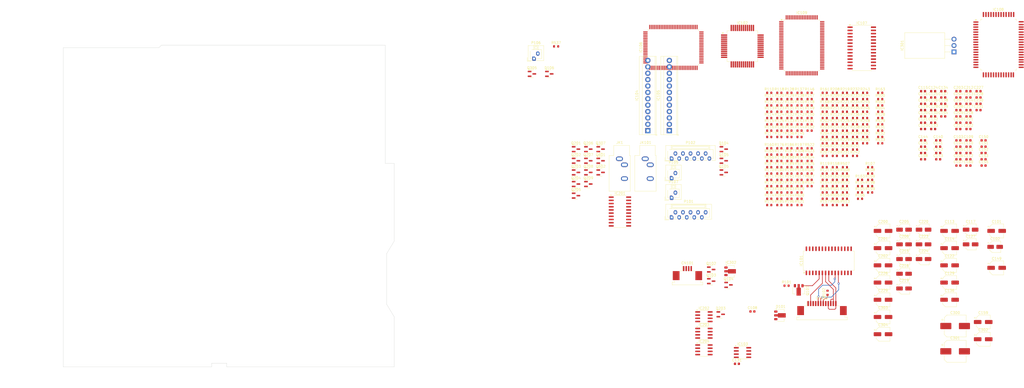
<source format=kicad_pcb>
(kicad_pcb (version 20240108) (generator "pcbnew") (generator_version "8.0")
  (layers (0 "F.Cu" signal) (31 "B.Cu" signal) (34 "B.Paste" user) (35 "F.Paste" user) (36 "B.SilkS" user "B.Silkscreen") (37 "F.SilkS" user "F.Silkscreen") (38 "B.Mask" user) (39 "F.Mask" user) (44 "Edge.Cuts" user))
  (net 0 "")
  (net 1 "Net-(CN101-Pin_4)")
  (net 2 "Net-(CN101-Pin_1)")
  (net 3 "Net-(CN101-Pin_3)")
  (net 4 "Net-(CN101-Pin_2)")
  (net 5 "GND")
  (net 6 "Net-(CN102-Pin_6)")
  (net 7 "Net-(CN102-Pin_7)")
  (net 8 "Net-(CN102-Pin_3)")
  (net 9 "Net-(CN102-Pin_2)")
  (net 10 "/RF AMP/A+C")
  (net 11 "/RF AMP/B+D")
  (net 12 "Net-(CN102-Pin_5)")
  (net 13 "/MCU/PWM_DIGIT1")
  (net 14 "Net-(P107-Pin_2)")
  (net 15 "Net-(P105-Pin_1)")
  (net 16 "/~{WR}")
  (net 17 "/PF5")
  (net 18 "/MCU/DISP_LATCH")
  (net 19 "+5VA")
  (net 20 "/I2S_WDLK")
  (net 21 "Net-(IC201-CH2OUT)")
  (net 22 "Net-(IC201-VREFL1)")
  (net 23 "Net-(IC201-VREFH1)")
  (net 24 "/~{I2S_SCLK}")
  (net 25 "/I2S_LRCK")
  (net 27 "/I2S_DAT")
  (net 28 "Net-(IC201-CH1OUT)")
  (net 29 "/SCSI/~{SCSI_RST}")
  (net 30 "+5V")
  (net 31 "Net-(J2-Pad1)")
  (net 32 "Net-(J1-Pad1)")
  (net 33 "/AUDIO/LINEOUT_R")
  (net 34 "/AUDIO/LINEOUT_L")
  (net 35 "/PD4")
  (net 36 "/PD5")
  (net 37 "/PD3")
  (net 38 "/PD7")
  (net 39 "/PD2")
  (net 40 "/PD1")
  (net 41 "/PD0")
  (net 42 "/PD6")
  (net 43 "Net-(P102-Pin_10)")
  (net 44 "/~{MRST}")
  (net 45 "/MCU/FS_RS")
  (net 46 "/MCU/P102_PIN6?")
  (net 47 "/MCU/PLAY_PAUSE")
  (net 48 "/MCU/PWM_DIGIT2")
  (net 49 "/SPL_MOTOR_BLACK")
  (net 50 "/SPL_MOTOR_RED")
  (net 51 "/MCU/STOP")
  (net 52 "Net-(Q102-C)")
  (net 53 "Net-(Q102-B)")
  (net 54 "Net-(Q103-B)")
  (net 55 "/Servo and Actuator Drivers/SLO")
  (net 56 "Net-(Q103-C)")
  (net 57 "Net-(Q104-E)")
  (net 58 "Net-(Q104-B)")
  (net 59 "/UPC3")
  (net 60 "Net-(IC108-PC3)")
  (net 61 "Net-(Q201-C)")
  (net 62 "Net-(Q201-B)")
  (net 63 "Net-(Q202-B)")
  (net 64 "Net-(Q202-C)")
  (net 65 "/~{GROOVE}")
  (net 66 "Net-(Q203-C)")
  (net 67 "/AUDIO/5V_002")
  (net 68 "Net-(Q204-B)")
  (net 69 "Net-(D203-A)")
  (net 70 "/AUDIO/AUDIO_R")
  (net 71 "Net-(Q205-B)")
  (net 72 "Net-(Q206-B)")
  (net 73 "/AUDIO/AUDIO_L")
  (net 74 "/MUTG")
  (net 75 "Net-(Q208-B)")
  (net 76 "Net-(Q208-C)")
  (net 77 "Net-(Q209-B)")
  (net 78 "Net-(Q209-C)")
  (net 79 "+9V")
  (net 80 "Net-(Q305-B)")
  (net 81 "+9VA")
  (net 82 "Net-(Q307-B)")
  (net 83 "Net-(Q601-B)")
  (net 84 "Net-(Q602-B)")
  (net 85 "Net-(Q101-E)")
  (net 86 "/RF AMP/RFO")
  (net 87 "Net-(IC101-RF-)")
  (net 88 "/VC")
  (net 89 "Net-(R104-Pad2)")
  (net 90 "Net-(R105-Pad2)")
  (net 91 "Net-(R106-Pad1)")
  (net 92 "Net-(P103-Pin_1)")
  (net 93 "Net-(IC101-ASY)")
  (net 94 "/DSP/ASY")
  (net 95 "Net-(IC101-FE)")
  (net 96 "Net-(C111-Pad2)")
  (net 97 "/Servo and Actuator Drivers/FEO")
  (net 98 "/Servo and Actuator Drivers/FE-")
  (net 99 "Net-(P104-Pin_3)")
  (net 100 "/Servo and Actuator Drivers/TAO")
  (net 101 "/Servo and Actuator Drivers/TE-")
  (net 102 "Net-(P104-Pin_4)")
  (net 103 "Net-(IC102-SL+)")
  (net 104 "Net-(C122-Pad2)")
  (net 105 "Net-(IC102-SL-)")
  (net 106 "Net-(IC102-FSET)")
  (net 107 "/MLT")
  (net 108 "/XRST")
  (net 109 "Net-(IC102-XRST)")
  (net 110 "Net-(IC102-PDI)")
  (net 111 "/PDO")
  (net 112 "Net-(IC102-3.5V)")
  (net 113 "Net-(IC102-ISET)")
  (net 114 "Net-(IC102-VCOF)")
  (net 115 "Net-(R127-Pad1)")
  (net 116 "/VCOI")
  (net 117 "/VCOO")
  (net 118 "/MDS")
  (net 119 "Net-(IC102-FSW)")
  (net 120 "/FSW")
  (net 121 "Net-(IC102-SPDL-)")
  (net 122 "/Servo and Actuator Drivers/SPDLO")
  (net 123 "Net-(IC104-Pad5)")
  (net 124 "Net-(IC105-Pad5)")
  (net 125 "Net-(IC105-Pad8)")
  (net 126 "Net-(IC104-Pad8)")
  (net 127 "/IC108_PB2")
  (net 128 "/Servo and Actuator Drivers/VSUP-2.5")
  (net 129 "Net-(IC103B--)")
  (net 130 "/Servo and Actuator Drivers/VSUP{slash}2")
  (net 131 "Net-(P106-Pin_1)")
  (net 132 "/GFS")
  (net 133 "/MCU/REPEAT")
  (net 134 "Net-(IC108-MODE1)")
  (net 135 "Net-(IC106-XTAO)")
  (net 136 "Net-(C141-Pad1)")
  (net 137 "/~{MUTE_EN}")
  (net 138 "Net-(IC107-~{WE})")
  (net 139 "/MCU/DIGIT1_EN")
  (net 140 "Net-(D106-K)")
  (net 141 "/SCSI/MA9")
  (net 142 "/SCSI/MA10")
  (net 143 "Net-(IC109-~{CWE})")
  (net 144 "/SCSI/MA11")
  (net 145 "Net-(IC109-MA12)")
  (net 146 "/SCSI/MA12")
  (net 147 "Net-(IC109-MA10)")
  (net 148 "/SBCK")
  (net 149 "/SFSY")
  (net 150 "/PW")
  (net 151 "/SCSI/~{SCSI_IO}")
  (net 152 "/SCSI/~{SCSI_CD}")
  (net 153 "/SCSI/~{SCSI_MSG}")
  (net 154 "/SCSI/~{SCSI_BSY}")
  (net 155 "/SCSI/SCSI_D7")
  (net 156 "/SCSI/SCSI_D6")
  (net 157 "/SCSI/SCSI_D5")
  (net 158 "/SCSI/SCSI_D4")
  (net 159 "/SCSI/SCSI_D3")
  (net 160 "/SCSI/SCSI_D2")
  (net 161 "/SCSI/SCSI_D1")
  (net 162 "/SCSI/SCSI_D0")
  (net 163 "/SCSI/~{SCSI_ACK}")
  (net 164 "/SCSI/~{SCSI_REQ}")
  (net 165 "/~{SCSI_SEL}")
  (net 166 "/I2S_SCLK")
  (net 167 "/SBSY")
  (net 168 "Net-(IC101-TE)")
  (net 169 "Net-(C112-Pad2)")
  (net 170 "Net-(IC101-~{LDON})")
  (net 171 "/~{LDON}")
  (net 172 "Net-(IC202B-+)")
  (net 173 "Net-(IC202A-+)")
  (net 174 "Net-(C205-Pad1)")
  (net 175 "Net-(C207-Pad2)")
  (net 176 "Net-(C208-Pad2)")
  (net 177 "Net-(C206-Pad1)")
  (net 178 "Net-(C209-Pad2)")
  (net 179 "Net-(C210-Pad2)")
  (net 180 "Net-(C213-Pad1)")
  (net 181 "Net-(C214-Pad1)")
  (net 182 "Net-(IC203A--)")
  (net 183 "Net-(IC203B--)")
  (net 184 "Net-(IC203B-+)")
  (net 185 "Net-(IC203A-+)")
  (net 186 "Net-(C215-Pad2)")
  (net 187 "Net-(C216-Pad2)")
  (net 188 "Net-(C217-Pad2)")
  (net 189 "Net-(C218-Pad2)")
  (net 190 "Net-(D203-K-Pad2)")
  (net 191 "Net-(D203-K-Pad1)")
  (net 192 "Net-(C221-Pad1)")
  (net 193 "Net-(IC109-MA11)")
  (net 194 "Net-(C222-Pad1)")
  (net 195 "Net-(C219-Pad2)")
  (net 196 "Net-(C220-Pad2)")
  (net 197 "Net-(IC204B--)")
  (net 198 "Net-(C223-Pad1)")
  (net 199 "Net-(IC204A--)")
  (net 200 "Net-(C224-Pad1)")
  (net 201 "Net-(IC204-Pad7)")
  (net 202 "Net-(IC204-Pad1)")
  (net 203 "Net-(C226-Pad1)")
  (net 204 "Net-(C229-Pad1)")
  (net 205 "Net-(IC204B-+)")
  (net 206 "Net-(IC204A-+)")
  (net 207 "/PCLK")
  (net 208 "Net-(IC106-DA09)")
  (net 209 "Net-(IC106-DA16)")
  (net 210 "Net-(IC106-DA14)")
  (net 211 "Net-(IC108-PD0)")
  (net 212 "Net-(IC108-PD1)")
  (net 213 "Net-(IC108-PD2)")
  (net 214 "Net-(IC108-PD3)")
  (net 215 "Net-(IC108-PD4)")
  (net 216 "Net-(IC108-PD5)")
  (net 217 "Net-(IC108-PD6)")
  (net 218 "Net-(IC108-PD7)")
  (net 219 "Net-(JK104C-I2S_SCLK)")
  (net 220 "Net-(JK104B-SBCK)")
  (net 221 "Net-(JK104B-I2S_DAT)")
  (net 222 "Net-(JK104B-I2S_LRCK)")
  (net 223 "Net-(JK104B-PW)")
  (net 224 "Net-(JK104D-SBSY)")
  (net 225 "Net-(JK104D-~{SCSI_REQ})")
  (net 226 "Net-(JK104C-~{SCSI_ACK})")
  (net 227 "Net-(JK104D-~{SCSI_MSG})")
  (net 228 "Net-(JK104C-~{SCSI_BSY})")
  (net 229 "Net-(JK104C-~{SCSI_IO})")
  (net 230 "Net-(JK104C-~{SCSI_CD})")
  (net 231 "Net-(JK104B-~{SCSI_SEL})")
  (net 232 "Net-(JK104B-SFSY)")
  (net 233 "Net-(IC106-LRCK)")
  (net 234 "Net-(IC106-WDCK)")
  (net 235 "Net-(IC106-DA15)")
  (net 236 "Net-(IC106-DA08)")
  (net 237 "Net-(IC106-XTAI)")
  (net 238 "Net-(IC109-XIN)")
  (net 239 "Net-(IC101-RFI)")
  (net 240 "Net-(IC101-CC2)")
  (net 241 "Net-(IC101-CC1)")
  (net 242 "Net-(IC101-CP)")
  (net 243 "Net-(IC101-CB)")
  (net 244 "/Servo and Actuator Drivers/TZC")
  (net 245 "Net-(IC102-FGD)")
  (net 246 "Net-(IC102-FS3)")
  (net 247 "Net-(IC102-FLB)")
  (net 248 "Net-(IC102-TG2)")
  (net 249 "Net-(IC102-TGU)")
  (net 250 "Net-(IC102-BW)")
  (net 251 "Net-(IC102-C864)")
  (net 252 "Net-(P106-Pin_2)")
  (net 253 "Net-(IC108-X1)")
  (net 254 "Net-(IC108-X2)")
  (net 255 "Net-(IC101-LD)")
  (net 256 "Net-(IC102-SRCH)")
  (net 257 "Net-(IC202B--)")
  (net 258 "Net-(IC202A--)")
  (net 259 "Net-(C219-Pad1)")
  (net 260 "Net-(C220-Pad1)")
  (net 262 "Net-(L101-Pad2)")
  (net 263 "Net-(IC101-E1)")
  (net 264 "/FOK")
  (net 266 "Net-(IC101-E0)")
  (net 267 "/DSP/EFM")
  (net 268 "Net-(IC101-FEBIAS)")
  (net 269 "/RF AMP/MIRROR")
  (net 270 "/RF AMP/DEFECT")
  (net 271 "/LOCK")
  (net 272 "/MDAT")
  (net 273 "/MDP")
  (net 274 "/MCK")
  (net 275 "/CNIN")
  (net 276 "/Servo and Actuator Drivers/TE")
  (net 277 "/MON")
  (net 278 "/Servo and Actuator Drivers/FE")
  (net 279 "/SENS")
  (net 281 "/MODE_SELECT")
  (net 286 "/SQCK")
  (net 293 "/CRCF")
  (net 296 "/SUBQ")
  (net 300 "/ALE")
  (net 301 "/PF1")
  (net 304 "/PF3")
  (net 305 "/PF0")
  (net 306 "/~{RD}")
  (net 308 "/PA1")
  (net 313 "/PF4")
  (net 314 "/PA0")
  (net 315 "/PA2")
  (net 316 "/PF2")
  (net 319 "/SCSI/MD0")
  (net 320 "/SCSI/MA8")
  (net 321 "/SCSI/MD3")
  (net 322 "/SCSI/MA6")
  (net 323 "/SCSI/MD5")
  (net 324 "/SCSI/MA1")
  (net 325 "/SCSI/MA3")
  (net 326 "/SCSI/MD7")
  (net 327 "/SCSI/MA7")
  (net 329 "/SCSI/MD2")
  (net 330 "/SCSI/MA5")
  (net 331 "/SCSI/MA0")
  (net 332 "/SCSI/MD1")
  (net 333 "/SCSI/MA4")
  (net 334 "/SCSI/MA2")
  (net 335 "/SCSI/MD6")
  (net 336 "/SCSI/MD4")
  (net 337 "Net-(IC107-~{OE})")
  (net 347 "Net-(IC109-MA9)")
  (net 349 "/MCU/RS_EN")
  (net 350 "/MCU/DIGIT2_EN")
  (net 351 "Net-(IC108-PC3{slash}~{INT2})")
  (net 352 "/~{DEMP}")
  (net 353 "/FAST_SLED")
  (net 354 "/AUDIO_EN")
  (footprint "Capacitor_SMD:C_0603_1608Metric" (layer "F.Cu") (at 380.6875 77.865)
    (property "Reference" "C146")
    (property "Value" "?")
  )
  (footprint "Resistor_SMD:R_0603_1608Metric" (layer "F.Cu") (at 335.6075 53.925)
    (property "Reference" "R146")
    (property "Value" "10k")
  )
  (footprint "Capacitor_SMD:C_0603_1608Metric" (layer "F.Cu") (at 380.6875 63.315)
    (property "Reference" "C120")
    (property "Value" "?")
  )
  (footprint "Capacitor_SMD:CP_Elec_5x5.4" (layer "F.Cu") (at 409.9325 123.575)
    (property "Reference" "C149")
    (property "Value" "100uF")
  )
  (footprint "Resistor_SMD:R_0603_1608Metric" (layer "F.Cu") (at 349.6375 61.455)
    (property "Reference" "R222")
    (property "Value" "1k")
  )
  (footprint "Resistor_SMD:R_0603_1608Metric" (layer "F.Cu") (at 353.6475 63.965)
    (property "Reference" "R236")
    (property "Value" "220")
  )
  (footprint "Capacitor_SMD:C_0603_1608Metric" (layer "F.Cu") (at 394.7175 55.785)
    (property "Reference" "C204")
    (property "Value" "47pF")
  )
  (footprint "Package_TO_SOT_SMD:SOT-23" (layer "F.Cu") (at 247.6725 76.35)
    (property "Reference" "Q206")
    (property "Value" "Q_NPN_BEC")
  )
  (footprint "Resistor_SMD:R_0603_1608Metric" (layer "F.Cu") (at 335.6075 66.475)
    (property "Reference" "R151")
    (property "Value" "33k")
  )
  (footprint "Capacitor_SMD:C_0603_1608Metric" (layer "F.Cu") (at 380.6875 75.355)
    (property "Reference" "C145")
    (property "Value" "?")
  )
  (footprint "Resistor_SMD:R_0603_1608Metric" (layer "F.Cu") (at 331.5975 78.515)
    (property "Reference" "R308")
    (property "Value" "4.7k")
  )
  (footprint "Package_TO_SOT_SMD:SOT-23" (layer "F.Cu") (at 300.2775 142.065)
    (property "Reference" "D203")
    (property "Value" "D_Dual_CommonAnode_KKA")
  )
  (footprint "Resistor_SMD:R_0603_1608Metric" (layer "F.Cu") (at 323.5775 71.495)
    (property "Reference" "R127")
    (property "Value" "3.6k")
  )
  (footprint "Resistor_SMD:R_0603_1608Metric" (layer "F.Cu") (at 345.6275 93.575)
    (property "Reference" "R501")
    (property "Value" "2k2")
  )
  (footprint "Resistor_SMD:R_0603_1608Metric" (layer "F.Cu") (at 349.6375 56.435)
    (property "Reference" "R220")
    (property "Value" "10k")
  )
  (footprint "Package_SO:SOIC-8_3.9x4.9mm_P1.27mm" (layer "F.Cu") (at 308.9475 157.27)
    (property "Reference" "IC103")
    (property "Value" "RC4558")
  )
  (footprint "Capacitor_SMD:C_0603_1608Metric" (layer "F.Cu") (at 394.7175 72.845)
    (property "Reference" "C103")
    (property "Value" "4.7nF")
  )
  (footprint "Capacitor_SMD:C_0603_1608Metric" (layer "F.Cu") (at 312.8775 140.92)
    (property "Reference" "C108")
    (property "Value" "470nF")
  )
  (footprint "Resistor_SMD:R_0603_1608Metric" (layer "F.Cu") (at 341.6175 56.435)
    (property "Reference" "R164")
    (property "Value" "10k")
  )
  (footprint "Capacitor_SMD:CP_Elec_4x5.4" (layer "F.Cu") (at 380.8825 114.225)
    (property "Reference" "C223")
    (property "Value" "4.7uF")
  )
  (footprint "Capacitor_SMD:CP_Elec_5x5.4" (layer "F.Cu") (at 364.7825 115.725)
    (property "Reference" "C201")
    (property "Value" "100uF")
  )
  (footprint "Resistor_SMD:R_0603_1608Metric" (layer "F.Cu") (at 327.5875 58.945)
    (property "Reference" "R130")
    (property "Value" "1M")
  )
  (footprint "Resistor_SMD:R_0603_1608Metric" (layer "F.Cu") (at 323.5775 76.005)
    (property "Reference" "R176")
    (property "Value" "4.7k")
  )
  (footprint "Resistor_SMD:R_0603_1608Metric" (layer "F.Cu") (at 349.6375 86.045)
    (property "Reference" "R508")
    (property "Value" "3k3")
  )
  (footprint "Capacitor_SMD:C_0603_1608Metric" (layer "F.Cu") (at 388.7075 60.805)
    (property "Reference" "C139")
    (property "Value" "1uF")
  )
  (footprint "Capacitor_SMD:CP_Elec_8x10.5" (layer "F.Cu") (at 393.4325 156.775)
    (property "Reference" "C301")
    (property "Value" "470uF")
  )
  (footprint "Resistor_SMD:R_0603_1608Metric" (layer "F.Cu") (at 327.5875 68.985)
    (property "Reference" "R134")
    (property "Value" "33k")
  )
  (footprint "Package_TO_SOT_SMD:SOT-23" (layer "F.Cu") (at 301.5025 76.35)
    (property "Reference" "D104")
    (property "Value" "D_Dual_CommonAnode_KKA")
  )
  (footprint "Capacitor_SMD:C_0603_1608Metric" (layer "F.Cu") (at 384.6975 63.315)
    (property "Reference" "C130")
    (property "Value" "?")
  )
  (footprint "CDR-30A:PQFP-64_20x14mm_P1.0mm" (layer "F.Cu") (at 410.6825 34.775)
    (property "Reference" "IC108")
    (property "Value" "D78C14GF")
  )
  (footprint "Resistor_SMD:R_0603_1608Metric" (layer "F.Cu") (at 319.5675 98.595)
    (property "Reference" "R175")
    (property "Value" "4.7k")
  )
  (footprint "Capacitor_SMD:C_0603_1608Metric" (layer "F.Cu") (at 388.7075 58.295)
    (property "Reference" "C138")
    (property "Value" "C")
  )
  (footprint "Resistor_SMD:R_0603_1608Metric" (layer "F.Cu") (at 331.5975 93.575)
    (property "Reference" "R519")
    (property "Value" "220")
  )
  (footprint "Resistor_SMD:R_0603_1608Metric" (layer "F.Cu") (at 331.5975 98.595)
    (property "Reference" "R521")
    (property "Value" "220")
  )
  (footprint "Resistor_SMD:R_0603_1608Metric" (layer "F.Cu") (at 331.5975 58.945)
    (property "Reference" "R140")
    (property "Value" "10k")
  )
  (footprint "Resistor_SMD:R_0603_1608Metric" (layer "F.Cu") (at 341.6175 98.595)
    (property "Reference" "R157")
    (property "Value" "10k")
  )
  (footprint "Capacitor_SMD:C_0603_1608Metric" (layer "F.Cu") (at 398.7275 58.295)
    (property "Reference" "C214")
    (property "Value" "2.2nF")
  )
  (footprint "Capacitor_SMD:CP_Elec_4x5.4" (layer "F.Cu") (at 373.1325 131.775)
    (property "Reference" "C219")
    (property "Value" "4.7uF")
  )
  (footprint "Resistor_SMD:R_0603_1608Metric" (layer "F.Cu") (at 323.5775 68.985)
    (property "Reference" "R126")
    (property "Value" "240k")
  )
  (footprint "Resistor_SMD:R_0603_1608Metric" (layer "F.Cu") (at 345.6275 91.065)
    (property "Reference" "R169")
    (property "Value" "47k")
  )
  (footprint "Capacitor_SMD:C_0603_1608Metric" (layer "F.Cu") (at 384.6975 53.275)
    (property "Reference" "C124")
    (property "Value" "?")
  )
  (footprint "Resistor_SMD:R_0603_1608Metric" (layer "F.Cu") (at 323.5775 88.555)
    (property "Reference" "R181")
    (property "Value" "4.7k")
  )
  (footprint "Resistor_SMD:R_0603_1608Metric" (layer "F.Cu") (at 327.5875 96.085)
    (property "Reference" "R194")
    (property "Value" "4.7k")
  )
  (footprint "Package_TO_SOT_SMD:SOT-23" (layer "F.Cu") (at 225.2725 46.4)
    (property "Reference" "Q305")
    (property "Value" "2SC2412K")
  )
  (footprint "Capacitor_SMD:CP_Elec_5x5.4" (layer "F.Cu") (at 391.2325 136.275)
    (property "Reference" "C136")
    (property "Value" "100uF")
  )
  (footprint "Capacitor_SMD:C_0603_1608Metric" (layer "F.Cu") (at 398.7275 60.805)
    (property "Reference" "C217")
    (property "Value" "2.2nF")
  )
  (footprint "Capacitor_SMD:C_0603_1608Metric" (layer "F.Cu") (at 398.7275 77.865)
    (property "Reference" "C111")
    (property "Value" "?")
  )
  (footprint "Capacitor_SMD:C_0603_1608Metric" (layer "F.Cu") (at 384.6975 65.825)
    (property "Reference" "C132")
    (property "Value" "?")
  )
  (footprint "Package_QFP:PQFP-100_14x20mm_P0.65mm" (layer "F.Cu") (at 332.4825 35.035)
    (property "Reference" "IC109")
    (property "Value" "D6378GF")
  )
  (footprint "Capacitor_SMD:C_0603_1608Metric" (layer "F.Cu") (at 380.6875 53.275)
    (property "Reference" "C115")
    (property "Value" "?")
  )
  (footprint "Connector_Audio:Jack_3.5mm_CUI_SJ1-3533NG_Horizontal" (layer "F.Cu") (at 260.0325 80.175)
    (property "Reference" "JK1")
    (property "Value" "AudioJack3")
  )
  (footprint "Resistor_SMD:R_0603_1608Metric" (layer "F.Cu") (at 319.5675 56.435)
    (property "Reference" "R111")
    (property "Value" "220k")
  )
  (footprint "Capacitor_SMD:C_0603_1608Metric" (layer "F.Cu") (at 402.7375 55.785)
    (property "Reference" "C228")
    (property "Value" "33nF")
  )
  (footprint "Package_SO:SOIC-8_3.9x4.9mm_P1.27mm" (layer "F.Cu") (at 293.6075 143.02)
    (property "Reference" "IC202")
    (property "Value" "RC4560")
  )
  (footprint "Resistor_SMD:R_0603_1608Metric" (layer "F.Cu") (at 323.5775 61.455)
    (property "Reference" "R123")
    (property "Value" "10k")
  )
  (footprint "Capacitor_SMD:C_0603_1608Metric" (layer "F.Cu") (at 380.6875 65.825)
    (property "Reference" "C121")
    (property "Value" "?")
  )
  (footprint "Capacitor_SMD:C_0603_1608Metric" (layer "F.Cu") (at 398.7275 53.275)
    (property "Reference" "C212")
    (property "Value" "47nF")
  )
  (footprint "Resistor_SMD:R_0603_1608Metric" (layer "F.Cu") (at 335.6075 76.005)
    (property "Reference" "R522")
    (property "Value" "220")
  )
  (footprint "Resistor_SMD:R_0603_1608Metric" (layer "F.Cu") (at 349.6375 53.925)
    (property "Reference" "R219")
    (property "Value" "22")
  )
  (footprint "Package_TO_SOT_SMD:SOT-23" (layer "F.Cu") (at 296.4925 128.865)
    (property "Reference" "Q103")
    (property "Value" "2SC2412K")
  )
  (footprint "Capacitor_SMD:C_0603_1608Metric" (layer "F.Cu") (at 398.7275 63.315)
    (property "Reference" "C218")
    (property "Value" "2.2nF")
  )
  (footprint "Resistor_SMD:R_0603_1608Metric" (layer "F.Cu") (at 357.6575 66.475)
    (property "Reference" "R248")
    (property "Value" "0")
  )
  (footprint "Capacitor_SMD:CP_Elec_5x5.4" (layer "F.Cu") (at 364.7825 108.875)
    (property "Reference" "C200")
    (property "Value" "22uF")
  )
  (footprint "Capacitor_SMD:CP_Elec_5x5.4" (layer "F.Cu") (at 364.7825 143.125)
    (property "Reference" "C303")
    (property "Value" "100uF")
  )
  (footprint "Resistor_SMD:R_0603_1608Metric" (layer "F.Cu") (at 319.5675 66.475)
    (property "Reference" "R115")
    (property "Value" "33k")
  )
  (footprint "Capacitor_SMD:CP_Elec_4x5.4" (layer "F.Cu") (at 373.1325 114.225)
    (property "Reference" "C206")
    (property "Value" "10uF")
  )
  (footprint "Resistor_SMD:R_0603_1608Metric" (layer "F.Cu") (at 353.6475 56.435)
    (property "Reference" "R233")
    (property "Value" "10k")
  )
  (footprint "Resistor_SMD:R_0603_1608Metric" (layer "F.Cu") (at 331.5975 83.535)
    (property "Reference" "R515")
    (property "Value" "220")
  )
  (footprint "Resistor_SMD:R_0603_1608Metric" (layer "F.Cu") (at 335.6075 61.455)
    (property "Reference" "R149")
    (property "Value" "33k")
  )
  (footprint "Capacitor_SMD:C_0603_1608Metric" (layer "F.Cu") (at 394.7175 82.885)
    (property "Reference" "C107")
    (property "Value" "10nF")
  )
  (footprint "Resistor_SMD:R_0603_1608Metric" (layer "F.Cu") (at 331.5975 56.435)
    (property "Reference" "R138")
    (property "Value" "100k")
  )
  (footprint "Capacitor_SMD:CP_Elec_5x5.4" (layer "F.Cu") (at 364.7825 129.425)
    (property "Reference" "C226")
    (property "Value" "100uF")
  )
  (footprint "Resistor_SMD:R_0603_1608Metric" (layer "F.Cu") (at 355.6475 88.555)
    (property "Reference" "R103")
    (property "Value" "20k")
  )
  (footprint "Resistor_SMD:R_0603_1608Metric" (layer "F.Cu") (at 323.5775 98.595)
    (property "Reference" "R185")
    (property "Value" "4.7k")
  )
  (footprint "Package_TO_SOT_SMD:SOT-23" (layer "F.Cu") (at 252.5625 76.35)
    (property "Reference" "Q307")
    (property "Value" "2SC2412K")
  )
  (footprint "Capacitor_SMD:CP_Elec_5x5.4" (layer "F.Cu") (at 391.2325 122.575)
    (property "Reference" "C122")
    (property "Value" "100uF")
  )
  (footprint "Resistor_SMD:R_0603_1608Metric" (layer "F.Cu") (at 349.6375 79.025)
    (property "Reference" "R231")
    (property "Value" "100k")
  )
  (footprint "Capacitor_SMD:C_0603_1608Metric" (layer "F.Cu") (at 380.6875 60.805)
    (property "Reference" "C119")
    (property "Value" "?")
  )
  (footprint "Package_TO_SOT_SMD:SOT-23" (layer "F.Cu") (at 301.5025 85.6)
    (property "Reference" "Q105")
    (property "Value" "DTC114EU3")
  )
  (footprint "Capacitor_SMD:CP_Elec_8x10.5" (layer "F.Cu") (at 393.4325 146.725)
    (property "Reference" "C300")
    (property "Value" "470uF")
  )
  (footprint "Resistor_SMD:R_0603_1608Metric" (layer "F.Cu") (at 331.5975 53.925)
    (property "Reference" "R137")
    (property "Value" "10k")
  )
  (footprint "Resistor_SMD:R_0603_1608Metric" (layer "F.Cu") (at 331.5975 76.005)
    (property "Reference" "R197")
    (property "Value" "4.7k")
  )
  (footprint "Resistor_SMD:R_0603_1608Metric" (layer "F.Cu") (at 345.6275 58.945)
    (property "Reference" "R210")
    (property "Value" "22k")
  )
  (footprint "Package_TO_SOT_SMD:SOT-23" (layer "F.Cu") (at 252.5625 85.6)
    (property "Reference" "Q602")
    (property "Value" "Q_NPN_BEC")
  )
  (footprint "Resistor_SMD:R_0603_1608Metric" (layer "F.Cu") (at 359.6575 93.575)
    (property "Reference" "R199")
    (property "Value" "4.7k")
  )
  (footprint "Package_SO:SO-20_5.3x12.6mm_P1.27mm" (layer "F.Cu") (at 260.2325 101.165)
    (property "Reference" "IC201")
    (property "Value" "LC7881M")
  )
  (footprint "Resistor_SMD:R_0603_1608Metric" (layer "F.Cu") (at 319.5675 61.455)
    (property "Reference" "R113")
    (property "Value" "220k")
  )
  (footprint "Resistor_SMD:R_0603_1608Metric" (layer "F.Cu") (at 331.5975 63.965)
    (property "Reference" "R142")
    (property "Value" "33k")
  )
  (footprint "Capacitor_SMD:C_0603_1608Metric" (layer "F.Cu") (at 398.7275 82.885)
    (property "Reference" "C160")
    (property "Value" "?")
  )
  (footprint "Capacitor_SMD:C_0603_1608Metric" (layer "F.Cu") (at 402.7375 58.295)
    (property "Reference" "C230")
    (property "Value" "?")
  )
  (footprint "Capacitor_SMD:C_0603_1608Metric" (layer "F.Cu") (at 380.6875 68.335)
    (property "Reference" "C123")
    (property "Value" "?")
  )
  (footprint "Resistor_SMD:R_0603_1608Metric" (layer "F.Cu") (at 363.6675 53.925)
    (property "Reference" "R163")
    (property "Value" "100k")
  )
  (footprint "Connector_JST:JST_ZE_B02B-ZESK-1D_1x02_P1.50mm_Vertical" (layer "F.Cu") (at 226.1025 40.325)
    (property "Reference" "P106")
    (property "Value" "Conn_01x02")
  )
  (footprint "Resistor_SMD:R_0603_1608Metric" (layer "F.Cu") (at 234.8825 35.455)
    (property "Reference" "R537")
    (property "Value" "10k")
  )
  (footprint "Resistor_SMD:R_0603_1608Metric" (layer "F.Cu") (at 319.5675 68.985)
    (property "Reference" "R116")
    (property "Value" "100k")
  )
  (footprint "Resistor_SMD:R_0603_1608Metric" (layer "F.Cu") (at 349.6375 96.085)
    (property "Reference" "R512")
    (property "Value" "3k3")
  )
  (footprint "Resistor_SMD:R_0603_1608Metric" (layer "F.Cu") (at 341.6175 71.495)
    (property "Reference" "R204")
    (property "Value" "47k")
  )
  (footprint "Capacitor_SMD:C_0603_1608Metric" (layer "F.Cu") (at 398.7275 72.845)
    (property "Reference" "C109")
    (property "Value" "10nF")
  )
  (footprint "Capacitor_SMD:C_0603_1608Metric" (layer "F.Cu") (at 384.6975 68.335)
    (property "Reference" "C133")
    (property "Value" "?")
  )
  (footprint "Resistor_SMD:R_0603_1608Metric" (layer "F.Cu") (at 331.5975 66.475)
    (property "Reference" "R143")
    (property "Value" "33k")
  )
  (footprint "Package_SO:SOIC-28W_7.5x17.9mm_P1.27mm" (layer "F.Cu") (at 356.3325 36.08)
    (property "Reference" "IC107")
    (property "Value" "D4364G")
  )
  (footprint "Resistor_SMD:R_0603_1608Metric" (layer "F.Cu") (at 341.6175 63.965)
    (property "Reference" "R201")
    (property "Value" "10k")
  )
  (footprint "Resistor_SMD:R_0603_1608Metric" (layer "F.Cu") (at 349.6375 68.985)
    (property "Reference" "R227")
    (property "Value" "10k")
  )
  (footprint "Package_TO_SOT_SMD:SOT-23" (layer "F.Cu") (at 303.3825 130.36)
    (property "Reference" "Q104")
    (property "Value" "2SC2412K")
  )
  (footprint "Capacitor_SMD:C_0603_1608Metric" (layer "F.Cu") (at 394.7175 53.275)
    (property "Reference" "C203")
    (property "Value" "47pF")
  )
  (footprint "Capacitor_SMD:C_0603_1608Metric" (layer "F.Cu") (at 404.7375 82.885)
    (property "Reference" "C155")
    (property "Value" "C")
  )
  (footprint "Resistor_SMD:R_0603_1608Metric" (layer "F.Cu") (at 349.6375 66.475)
    (property "Reference" "R226")
    (property "Value" "8k2")
  )
  (footprint "Resistor_SMD:R_0603_1608Metric" (layer "F.Cu") (at 319.5675 58.945)
    (property "Reference" "R112")
    (property "Value" "100k")
  )
  (footprint "CDR-30A:SOIC-30W_7.5x20.0mm_P1.27mm" (layer "F.Cu") (at 343.2225 120.775 90)
    (property "Reference" "IC101")
    (property "Value" "CXA1081")
  )
  (footprint "Resistor_SMD:R_0603_1608Metric" (layer "F.Cu") (at 345.6275 83.535)
    (property "Reference" "R158")
    (property "Value" "10k")
  )
  (footprint "Capacitor_SMD:C_0603_1608Metric" (layer "F.Cu") (at 394.7175 65.825)
    (property "Reference" "C210")
    (property "Value" "15nF")
  )
  (footprint "Capacitor_SMD:C_0603_1608Metric" (layer "F.Cu") (at 380.6875 55.785)
    (property "Reference" "C116")
    (property "Value" "?")
  )
  (footprint "Package_TO_SOT_SMD:SOT-23" (layer "F.Cu") (at 247.6725 90.225)
    (property "Reference" "Q209")
    (property "Value" "Q_NPN_BEC")
  )
  (footprint "Package_TO_SOT_SMD:SOT-89-3" (layer "F.Cu") (at 331.2725 132.625 -90)
    (property "Reference" "Q101")
    (property "Value" "Q_PNP_Darlington_BCEC")
  )
  (footprint "Resistor_SMD:R_0603_1608Metric" (layer "F.Cu") (at 341.6175 61.455)
    (property "Reference" "R200")
    (property "Value" "10k")
  )
  (footprint "Resistor_SMD:R_0603_1608Metric" (layer "F.Cu") (at 341.6175 58.945)
    (property "Reference" "R168")
    (property "Value" "10k")
  )
  (footprint "Resistor_SMD:R_0603_1608Metric" (layer "F.Cu") (at 345.6275 79.025)
    (property "Reference" "R218")
    (property "Value" "22")
  )
  (footprint "Package_SO:SOIC-8_3.9x4.9mm_P1.27mm" (layer "F.Cu") (at 293.6075 156.18)
    (property "Reference" "IC204")
    (property "Value" "RC4558")
  )
  (footprint "Package_TO_SOT_SMD:SOT-23" (layer "F.Cu") (at 242.7825 90.225)
    (property "Reference" "Q204")
    (property "Value" "DTA124EU3")
  )
  (footprint "Resistor_SMD:R_0603_1608Metric" (layer "F.Cu") (at 327.5875 91.065)
    (property "Reference" "R192")
    (property "Value" "4.7k")
  )
  (footprint "Capacitor_SMD:CP_Elec_4x5.4" (layer "F.Cu") (at 373.1325 125.925)
    (property "Reference" "C216")
    (property "Value" "4.7uF")
  )
  (footprint "Resistor_SMD:R_0603_1608Metric" (layer "F.Cu") (at 353.6475 79.025)
    (property "Reference" "R242")
    (property "Value" "6k8")
  )
  (footprint "Resistor_SMD:R_0603_1608Metric" (layer "F.Cu") (at 323.5775 66.475)
    (property "Reference" "R125")
    (property "Value" "100k")
  )
  (footprint "Resistor_SMD:R_0603_1608Metric" (layer "F.Cu") (at 345.6275 66.475)
    (property "Reference" "R213")
    (property "Value" "1k6")
  )
  (footprint "Connector_FFC-FPC:TE_1-84953-2_1x12-1MP_P1.0mm_Horizontal" (layer "F.Cu") (at 340.5225 139.575)
    (property "Reference" "CN102")
    (property "Value" "Conn_01x12_Socket")
  )
  (footprint "Capacitor_SMD:C_0603_1608Metric" (layer "F.Cu") (at 386.6975 75.355)
    (property "Reference" "C141")
    (property "Value" "?")
  )
  (footprint "Capacitor_SMD:CP_Elec_5x5.4" (layer "F.Cu") (at 391.2325 108.875)
    (property "Reference" "C113")
    (property "Value" "33uF")
  )
  (footprint "Resistor_SMD:R_0603_1608Metric" (layer "F.Cu") (at 319.5675 91.065)
    (property "Reference" "R172")
    (property "Value" "2k2")
  )
  (footprint "Resistor_SMD:R_0603_1608Metric" (layer "F.Cu") (at 327.5875 56.435)
    (property "Reference" "R129")
    (property "Value" "20k")
  )
  (footprint "Capacitor_SMD:C_0603_1608Metric" (layer "F.Cu") (at 380.6875 58.295)
    (property "Reference" "C118")
    (property "Value" "?")
  )
  (footprint "Resistor_SMD:R_0603_1608Metric" (layer "F.Cu") (at 349.6375 58.945)
    (property "Reference" "R221")
    (property "Value" "10k")
  )
  (footprint "Resistor_SMD:R_0603_1608Metric" (layer "F.Cu") (at 345.6275 96.085)
    (property "Reference" "R505")
    (property "Value" "3k3")
  )
  (footprint "Capacitor_SMD:CP_Elec_4x5.4" (layer "F.Cu") (at 373.1325 120.075)
    (property "Reference" "C215")
    (property "Value" "4.7uF")
  )
  (footprint "Resistor_SMD:R_0603_1608Metric" (layer "F.Cu") (at 327.5875 93.575)
    (property "Reference" "R193")
    (property "Value" "4.7k")
  )
  (footprint "Resistor_SMD:R_0603_1608Metric" (layer "F.Cu") (at 345.6275 98.595)
    (property "Reference" "R506")
    (property "Value" "3k3")
  )
  (footprint "Resistor_SMD:R_0603_1608Metric" (layer "F.Cu") (at 327.5875 53.925)
    (property "Reference" "R128")
    (property "Value" "10k")
  )
  (footprint "Capacitor_SMD:C_0603_1608Metric" (layer "F.Cu") (at 306.7275 161.75)
    (property "Reference" "C131")
    (property "Value" "470nF")
  )
  (footprint "Connector_JST:JST_ZE_B10B-ZESK-1D_1x10_P1.50mm_Vertical" (layer "F.Cu") (at 280.7825 103.475)
    (property "Reference" "P101")
    (property "Value" "Conn_01x10")
  )
  (footprint "Resistor_SMD:R_0603_1608Metric" (layer "F.Cu") (at 327.5875 86.045)
    (property "Reference" "R190")
    (property "Value" "4.7k")
  )
  (footprint "Capacitor_SMD:CP_Elec_5x5.4" (layer "F.Cu") (at 404.5825 151.975)
    (property "Reference" "C302")
    (property "Value" "100uF")
  )
  (footprint "Package_TO_SOT_SMD:SOT-23" (layer "F.Cu") (at 247.6725 80.975)
    (property "Reference" "Q207")
    (property "Value" "DTC114EU3")
  )
  (footprint "Capacitor_SMD:C_0603_1608Metric" (layer "F.Cu") (at 394.7175 60.805)
    (property "Reference" "C208")
    (property "Value" "47nF")
  )
  (footprint "Package_TO_SOT_SMD:SOT-23" (layer "F.Cu") (at 232.1625 46.4)
    (property "Reference" "D106")
    (property "Value" "D_Dual_CommonCathode_AAK")
  )
  (footprint "Resistor_SMD:R_0603_1608Metric" (layer "F.Cu") (at 357.6575 68.985)
    (property "Reference" "R249")
    (property "Value" "0")
  )
  (footprint "Resistor_SMD:R_0603_1608Metric" (layer "F.Cu") (at 349.6375 76.515)
    (property "Reference" "R230")
    (property "Value" "100k")
  )
  (footprint "Resistor_SMD:R_0603_1608Metric" (layer "F.Cu") (at 341.6175 66.475)
    (property "Reference" "R202")
    (property "Value" "5k1")
  )
  (footprint "Capacitor_SMD:C_0603_1608Metric" (layer "F.Cu") (at 394.7175 77.865)
    (property "Reference" "C105")
    (property "Value" "?")
  )
  (footprint "Capacitor_SMD:C_0603_1608Metric" (layer "F.Cu") (at 404.7375 75.355)
    (property "Reference" "C151")
    (property "Value" "?")
  )
  (footprint "Resistor_SMD:R_0603_1608Metric" (layer "F.Cu") (at 327.5875 88.555)
    (property "Reference" "R191")
    (property "Value" "4.7k")
  )
  (footprint "Resistor_SMD:R_0603_1608Metric" (layer "F.Cu") (at 353.6475 53.925)
    (property "Reference" "R232")
    (property "Value" "10k")
  )
  (footprint "Resistor_SMD:R_0603_1608Metric" (layer "F.Cu") (at 345.6275 61.455)
    (property "Reference" "R211")
    (property "Value" "22k")
  )
  (footprint "Resistor_SMD:R_0603_1608Metric" (layer "F.Cu") (at 345.6275 86.045)
    (property "Reference" "R159")
    (property "Value" "10k")
  )
  (footprint "Resistor_SMD:R_0603_1608Metric" (layer "F.Cu") (at 353.6475 58.945)
    (property "Reference" "R234")
    (property "Value" "33k")
  )
  (footprint "Package_TO_SOT_SMD:SOT-23" (layer "F.Cu") (at 242.7825 80.975)
    (property "Reference" "Q202")
    (property "Value" "2SC2412K")
  )
  (footprint "Resistor_SMD:R_0603_1608Metric" (layer "F.Cu") (at 327.5875 83.535)
    (property "Reference" "R189")
    (property "Value" "4.7k")
  )
  (footprint "Resistor_SMD:R_0603_1608Metric" (layer "F.Cu") (at 357.6575 58.945)
    (property "Reference" "R245")
    (property "Value" "820")
  )
  (footprint "Capacitor_SMD:CP_Elec_4x5.4" (layer "F.Cu") (at 380.8825 108.375)
    (property "Reference" "C220")
    (property "Value" "4.7uF")
  )
  (footprint "Resistor_SMD:R_0603_1608Metric" (layer "F.Cu") (at 319.5675 93.575)
    (property "Reference" "R173")
    (property "Value" "2k2")
  )
  (footprint "Connector_JST:JST_ZE_B02B-ZESK-1D_1x02_P1.50mm_Vertical" (layer "F.Cu") (at 280.7825 87.875)
    (property "Reference" "P105")
    (property "Value" "Conn_01x02")
  )
  (footprint "Resistor_SMD:R_0603_1608Metric" (layer "F.Cu") (at 345.6275 56.435)
    (property "Reference" "R209")
    (property "Value" "15k")
  )
  (footprint "Package_TO_SOT_SMD:SOT-23" (layer "F.Cu") (at 247.6725 85.6)
    (property "Reference" "Q208")
    (property "Value" "Q_NPN_BEC")
  )
  (footprint "Resistor_SMD:R_0603_1608Metric" (layer "F.Cu") (at 363.6675 74.005)
    (property "Reference" "R533")
    (property "Value" "0")
  )
  (footprint "Capacitor_SMD:C_0603_1608Metric" (layer "F.Cu") (at 398.7275 80.375)
    (property "Reference" "C112")
    (property "Value" "?")
  )
  (footprint "Resistor_SMD:R_0603_1608Metric" (layer "F.Cu") (at 341.6175 76.515)
    (property "Reference" "R206")
    (property "Value" "120k")
  )
  (footprint "Resistor_SMD:R_0603_1608Metric" (layer "F.Cu") (at 319.5675 81.025)
    (property "Reference" "R166")
    (property "Value" "100k")
  )
  (footprint "Resistor_SMD:R_0603_1608Metric" (layer "F.Cu") (at 363.6675 63.965)
    (property "Reference" "R528")
    (property "Value" "0")
  )
  (footprint "Resistor_SMD:R_0603_1608Metric" (layer "F.Cu") (at 326.4475 130.675)
    (property "Reference" "R101")
    (property "Value" "10")
  )
  (footprint "Resistor_SMD:R_0603_1608Metric" (layer "F.Cu") (at 319.5675 86.045)
    (property "Reference" "R170")
    (property "Value" "1k")
  )
  (footprint "Resistor_SMD:R_0603_1608Metric" (layer "F.Cu") (at 335.6075 63.965)
    (property "Reference" "R150")
    (property "Value" "33k")
  )
  (footprint "Connector_JST:JST_ZE_B11B-ZESK-1D_1x11_P1.50mm_Vertical" (layer "F.Cu") (at 280.7825 80.075)
    (property "Reference" "P102")
    (property "Value" "Conn_01x11")
  )
  (footprint "Resistor_SMD:R_0603_1608Metric" (layer "F.Cu") (at 357.6575 74.005)
    (property "Reference" "R305")
    (property "Value" "1k")
  )
  (footprint "Resistor_SMD:R_0603_1608Metric" (layer "F.Cu") (at 341.6175 79.025)
    (property "Reference" "R207")
    (property "Value" "120k")
  )
  (footprint "Resistor_SMD:R_0603_1608Metric" (layer "F.Cu") (at 335.6075 68.985)
    (property "Reference" "R152")
    (property "Value" "10k")
  )
  (footprint "Capacitor_SMD:C_0603_1608Metric" (layer "F.Cu") (at 380.6875 72.845)
    (property "Reference" "C144")
    (property "Value" "?")
  )
  (footprint "Package_SO:SOIC-8_3.9x4.9mm_P1.27mm" (layer "F.Cu") (at 293.6075 149.6)
    (property "Reference" "IC203")
    (property "Value" "RC4558")
  )
  (footprint "Capacitor_SMD:C_0603_1608Metric" (layer "F.Cu") (at 384.6975 55.785)
    (property "Reference" "C125")
    (property "Value" "?")
  )
  (footprint "Capacitor_SMD:CP_Elec_5x5.4" (layer "F.Cu") (at 364.7825 136.275)
    (property "Reference" "C229")
    (property "Value" "100uF")
  )
  (footprint "Capacitor_SMD:C_0603_1608Metric" (layer "F.Cu") (at 402.7375 60.805)
    (property "Reference" "C231")
    (property "Value" "?")
  )
  (footprint "Capacitor_SMD:CP_Elec_5x5.4" (layer "F.Cu") (at 391.2325 129.425)
    (property "Reference" "C129")
    (property "Value" "22uF")
  )
  (footprint "Resistor_SMD:R_0603_1608Metric" (layer "F.Cu") (at 359.6575 91.065)
    (property "Reference" "R198")
    (property "Value" "4.7k")
  )
  (footprint "Resistor_SMD:R_0603_1608Metric" (layer "F.Cu") (at 359.6575 86.045)
    (property "Reference" "R108")
    (property "Value" "10k")
  )
  (footprint "Resistor_SMD:R_0603_1608Metric" (layer "F.Cu") (at 331.5975 71.495)
    (property "Reference" "R145")
    (property "Value" "33k")
  )
  (footprint "Resistor_SMD:R_0603_1608Metric" (layer "F.Cu") (at 357.6575 53.925)
    (property "Reference" "R243")
    (property "Value" "6k8")
  )
  (footprint "Package_TO_SOT_SMD:SOT-23" (layer "F.Cu") (at 242.7825 85.6)
    (property "Reference" "Q203")
    (property "Value" "DTA124EU3")
  )
  (footprint "Capacitor_SMD:C_0603_1608Metric" (layer "F.Cu") (at 388.7075 55.785)
    (property "Reference" "C137")
    (property "Value" "C")
  )
  (footprint "Resistor_SMD:R_0603_1608Metric" (layer "F.Cu") (at 357.6575 71.495)
    (property "Reference" "R302")
    (property "Value" "1k")
  )
  (footprint "Resistor_SMD:R_0603_1608Metric" (layer "F.Cu") (at 363.6675 71.495)
    (property "Reference" "R532")
    (property "Value" "220")
  )
  (footprint "Capacitor_SMD:C_0603_1608Metric" (layer "F.Cu") (at 386.6975 80.375)
    (property "Reference" "C143")
    (property "Value" "100nF")
  )
  (footprint "Resistor_SMD:R_0603_1608Metric" (layer "F.Cu") (at 349.6375 74.005)
    (property "Reference" "R229")
    (property "Value" "10k")
  )
  (footprint "Resistor_SMD:R_0603_1608Metric" (layer "F.Cu") (at 335.6075 88.555)
    (property "Reference" "R527")
    (property "Value" "100")
  )
  (footprint "Capacitor_SMD:CP_Elec_4x5.4" (layer "F.Cu") (at 373.1325 108.375)
    (property "Reference" "C205")
    (property "Value" "10uF")
  )
  (footprint "Capacitor_SMD:C_0603_1608Metric" (layer "F.Cu") (at 388.7075 53.275)
    (property "Reference" "C134")
    (property "Value" "?")
  )
  (footprint "Resistor_SMD:R_0603_1608Metric" (layer "F.Cu") (at 363.6675 56.435)
    (property "Reference" "R500")
    (property "Value" "220")
  )
  (footprint "Capacitor_SMD:C_0603_1608Metric" (layer "F.Cu") (at 386.6975 72.845)
    (property "Reference" "C140")
    (property "Value" "?")
  )
  (footprint "Capacitor_SMD:C_0603_1608Metric" (layer "F.Cu") (at 388.7075 63.315)
    (property "Reference" "C154")
    (property "Value" "C")
  )
  (footprint "CDR-30A:LQFP-48_12x12mm_P0.8mm" (layer "F.Cu") (at 308.8825 35.375)
    (property "Reference" "IC102")
    (property "Value" "CXA1082BQ")
  )
  (footprint "Capacitor_SMD:CP_Elec_5x5.4" (layer "F.Cu") (at 364.7825 122.575)
    (property "Reference" "C202")
    (property "Value" "100uF")
  )
  (footprint "Resistor_SMD:R_0603_1608Metric" (layer "F.Cu") (at 327.5875 66.475)
    (property "Reference" "R133")
    (property "Value" "33k")
  )
  (footprint "Package_TO_SOT_SMD:SOT-23" (layer "F.Cu") (at 252.5625 80.975)
    (property "Reference" "Q601")
    (property "Value" "Q_NPN_BEC")
  )
  (footprint "Resistor_SMD:R_0603_1608Metric" (layer "F.Cu") (at 335.6075 83.535)
    (property "Reference" "R525")
    (property "Value" "220")
  )
  (footprint "Capacitor_SMD:CP_Elec_5x5.4" (layer "F.Cu") (at 404.5825 145.125)
    (property "Reference" "C159")
    (property "Value" "47uF")
  )
  (footprint "Resistor_SMD:R_0603_1608Metric" (layer "F.Cu") (at 349.6375 83.535)
    (property "Reference" "R507")
    (property "Value" "3k3")
  )
  (footprint "TerminalBlock_TE-Connectivity:TerminalBlock_TE_1-282834-2_1x12_P2.54mm_Horizontal" (layer "F.Cu") (at 279.8825 68.995 90)
    (property "Reference" "IC105")
    (property "Value" "BA6290A")
  )
  (footprint "Resistor_SMD:R_0603_1608Metric" (layer "F.Cu") (at 331.5975 88.555)
    (property "Reference" "R517")
    (property "Value" "100")
  )
  (footprint "Resistor_SMD:R_0603_1608Metric" (layer "F.Cu") (at 323.5775 96.085)
    (property "Reference" "R184")
    (property "Value" "4.7k")
  )
  (footprint "Resistor_SMD:R_0603_1608Metric" (layer "F.Cu") (at 363.6675 68.985)
    (property "Reference" "R531")
    (property "Value" "100")
  )
  (footprint "Connector_Audio:Jack_3.5mm_CUI_SJ1-3533NG_Horizontal" (layer "F.Cu") (at 270.2825 80.175)
    (property "Reference" "JK101")
    (property "Value" "AudioJack3")
  )
  (footprint "Resistor_SMD:R_0603_1608Metric" (layer "F.Cu") (at 327.5875 71.495)
    (property "Reference" "R136")
    (property "Value" "33k")
  )
  (footprint "Connector_FFC-FPC:TE_84952-4_1x04-1MP_P1.0mm_Horizontal" (layer "F.Cu") (at 287.0625 125.665)
    (property "Reference" "CN101")
    (property "Value" "Conn_01x04_Socket")
  )
  (footprint "Resistor_SMD:R_0603_1608Metric" (layer "F.Cu") (at 327.5875 63.965)
    (property "Reference" "R132")
    (property "Value" "33k")
  )
  (footprint "Package_TO_SOT_SMD:SOT-89-3" (layer "F.Cu") (at 304.3125 124.94)
    (property "Reference" "IC302")
    (property "Value" "1951A")
  )
  (footprint "Resistor_SMD:R_0603_1608Metric" (layer "F.Cu") (at 331.5975 96.085)
    (property "Reference" "R520")
    (property "Value" "220")
  )
  (footprint "Resistor_SMD:R_0603_1608Metric" (layer "F.Cu") (at 319.5675 96.085)
    (property "Reference" "R174")
    (property "Value" "2k2")
  )
  (footprint "Resistor_SMD:R_0603_1608Metric" (layer "F.Cu") (at 349.6375 98.595)
    (property "Reference" "R513")
    (property "Value" "10k")
  )
  (footprint "Resistor_SMD:R_0603_1608Metric" (layer "F.Cu") (at 341.6175 88.555)
    (property "Reference" "R153")
    (property "Value" "10k")
  )
  (footprint "Resistor_SMD:R_0603_1608Metric" (layer "F.Cu") (at 357.6575 56.435)
    (property "Reference" "R244")
    (property "Value" "820")
  )
  (footprint "Resistor_SMD:R_0603_1608Metric" (layer "F.Cu") (at 349.6375 71.495)
    (property "Reference" "R228")
    (property "Value" "8k2")
  )
  (footprint "Resistor_SMD:R_0603_1608Metric" (layer "F.Cu") (at 363.6675 58.945)
    (property "Reference" "R503")
    (property "Value" "220")
  )
  (footprint "Package_TO_SOT_SMD:SOT-23" (layer "F.Cu") (at 242.7825 76.35)
    (property "Reference" "Q201")
    (property "Value" "2SC2412K")
  )
  (footprint "Capacitor_SMD:C_0603_1608Metric" (layer "F.Cu") (at 394.7175 63.315)
    (property "Reference" "C209")
    (property "Value" "15nF")
  )
  (footprint "Resistor_SMD:R_0603_1608Metric" (layer "F.Cu") (at 323.5775 83.535)
    (property "Reference" "R179")
    (property "Value" "4.7k")
  )
  (footprint "Resistor_SMD:R_0603_1608Metric" (layer "F.Cu") (at 323.5775 63.965)
    (property "Reference" "R124")
    (property "Value" "100k")
  )
  (footprint "Resistor_SMD:R_0603_1608Metric" (layer "F.Cu") (at 341.6175 74.005)
    (property "Reference" "R205")
    (property "Value" "47k")
  )
  (footprint "Resistor_SMD:R_0603_1608Metric" (layer "F.Cu") (at 323.5775 86.045)
    (property "Reference" "R180")
    (property "Value" "4.7k")
  )
  (footprint "Capacitor_SMD:CP_Elec_4x5.4" (layer "F.Cu") (at 380.8825 120.075)
    (property "Reference" "C224")
    (property "Value" "4.7uF")
  )
  (footprint "Resistor_SMD:R_0603_1608Metric" (layer "F.Cu") (at 341.6175 86.045)
    (property "Reference" "R121")
    (property "Value" "10k")
  )
  (footprint "Capacitor_SMD:C_0603_1608Metric" (layer "F.Cu") (at 398.7275 75.355)
    (property "Reference" "C110")
    (property "Value" "?")
  )
  (footprint "Resistor_SMD:R_0603_1608Metric" (layer "F.Cu") (at 345.6275 68.985)
    (property "Reference" "R214")
    (property "Value" "680")
  )
  (footprint "Resistor_SMD:R_0603_1608Metric" (layer "F.Cu") (at 345.6275 63.965)
    (property "Reference" "R212")
    (property "Value" "1k6")
  )
  (footprint "Resistor_SMD:R_0603_1608Metric" (layer "F.Cu") (at 345.6275 88.555)
    (property "Reference" "R162")
    (property "Value" "3k3")
  )
  (footprint "Resistor_SMD:R_0603_1608Metric" (layer "F.Cu") (at 319.5675 88.555)
    (property "Reference" "R171")
    (property "Value" "2k2")
  )
  (footprint "Resistor_SMD:R_0603_1608Metric" (layer "F.Cu") (at 319.5675 76.005)
    (property "Reference" "R160")
    (property "Value" "560")
  )
  (footprint "Capacitor_SMD:C_0603_1608Metric" (layer "F.Cu") (at 384.6975 60.805)
    (property "Reference" "C128")
    (property "Value" "?")
  )
  (footprint "Resistor_SMD:R_0603_1608Metric" (layer "F.Cu") (at 359.6575 88.555)
    (property "Reference" "R109")
    (property "Value" "6.8k")
  )
  (footprint "Resistor_SMD:R_0603_1608Metric" (layer "F.Cu") (at 331.5975 61.455)
    (property "Reference" "R141")
    (property "Value" "10k")
  )
  (footprint "Resistor_SMD:R_0603_1608Metric" (layer "F.Cu") (at 341.6175 53.925)
    (property "Reference" "R161")
    (property "Value" "10k")
  )
  (footprint "Resistor_SMD:R_0603_1608Metric" (layer "F.Cu") (at 363.6675 61.455)
    (property "Reference" "R504")
    (property "Value" "220")
  )
  (footprint "Capacitor_SMD:C_0603_1608Metric" (layer "F.Cu") (at 394.7175 75.355)
    (property "Reference" "C104")
    (property "Value" "33nF")
  )
  (footprint "Capacitor_SMD:C_0603_1608Metric" (layer "F.Cu") (at 398.7275 55.785)
    (property "Reference" "C213")
    (property "Value" "2.2nF")
  )
  (footprint "Capacitor_SMD:C_0603_1608Metric" (layer "F.Cu") (at 386.6975 77.865)
    (property "Reference" "C142")
    (property "Value" "100nF")
  )
  (footprint "Resistor_SMD:R_0603_1608Metric" (layer "F.Cu") (at 355.6475 96.085)
    (property "Reference" "R106")
    (property "Value" "10k")
  )
  (footprint "Resistor_SMD:R_0603_1608Metric" (layer "F.Cu") (at 335.6075 58.945)
    (property "Reference" "R148")
    (property "Value" "33k")
  )
  (footprint "Resistor_SMD:R_0603_1608Metric" (layer "F.Cu") (at 335.6075 81.025)
    (property "Reference" "R524")
    (property "Value" "220")
  )
  (footprint "TerminalBlock_TE-Connectivity:TerminalBlock_TE_1-282834-2_1x12_P2.54mm_Horizontal" (layer "F.Cu") (at 271.3325 68.995 90)
    (property "Reference" "IC104")
    (property "Value" "BA6290A")
  )
  (footprint "Capacitor_SMD:C_0603_1608Metric" (layer "F.Cu") (at 398.7275 65.825)
    (property "Reference" "C221")
    (property "Value" "33nF")
  )
  (footprint "Capacitor_SMD:C_0603_1608Metric" (layer "F.Cu") (at 404.7375 77.865)
    (property "Reference" "C152")
    (property "Value" "?")
  )
  (footprint "Package_QFP:PQFP-100_14x20mm_P0.65mm" (layer "F.Cu") (at 281.4825 35.875 90)
    (property "Reference" "IC106")
    (property "Value" "CXD1167Q")
  )
  (footprint "Resistor_SMD:R_0603_1608Metric" (layer "F.Cu") (at 327.5875 76.005)
    (property "Reference" "R186")
    (property "Value" "4.7k")
  )
  (footprint "Resistor_SMD:R_0603_1608Metric" (layer "F.Cu") (at 355.6475 91.065)
    (property "Reference" "R104")
    (property "Value" "22k")
  )
  (footprint "Resistor_SMD:R_0603_1608Metric" (layer "F.Cu") (at 323.5775 78.515)
    (property "Reference" "R177")
    (property "Value" "4.7k")
  )
  (footprint "Resistor_SMD:R_0603_1608Metric" (layer "F.Cu") (at 345.6275 53.925)
    (property "Reference" "R208")
    (property "Value" "15k")
  )
  (footprint "Capacitor_SMD:CP_Elec_5x5.4" (layer "F.Cu") (at 391.2325 115.725)
    (property "Reference" "C114")
    (property "Value" "33uF")
  )
  (footprint "Resistor_SMD:R_0603_1608Metric" (layer "F.Cu") (at 323.5775 53.925)
    (property "Reference" "R118")
    (property "Value" "510k")
  )
  (footprint "Resistor_SMD:R_0603_1608Metric" (layer "F.Cu") (at 323.5775 58.945)
    (property "Reference" "R122")
    (property "Value" "47k")
  )
  (footprint "Package_TO_SOT_SMD:SOT-23" (layer "F.Cu") (at 296.4925 124.24)
    (property "Reference" "Q102")
    (property "Value" "DTC114EU3")
  )
  (footprint "Resistor_SMD:R_0603_1608Metric" (layer "F.Cu") (at 341.6175 91.065)
    (property "Reference" "R154")
    (property "Value" "10k")
  )
  (footprint "Capacitor_SMD:C_0603_1608Metric" (layer "F.Cu") (at 394.7175 58.295)
    (property "Reference" "C207")
    (property "Value" "47nF")
  )
  (footprint "Capacitor_SMD:CP_Elec_5x5.4" (layer "F.Cu") (at 364.7825 149.975)
    (property "Reference" "C304")
    (property "Value" "100uF")
  )
  (footprint "Resistor_SMD:R_0603_1608Metric" (layer "F.Cu") (at 327.5875 98.595)
    (property "Reference" "R196")
    (property "Value" "4.7k")
  )
  (footprint "Resistor_SMD:R_0603_1608Metric" (layer "F.Cu") (at 353.6475 71.495)
    (property "Reference" "R239")
    (property "Value" "10k")
  )
  (footprint "Resistor_SMD:R_0603_1608Metric" (layer "F.Cu") (at 349.6375 88.555)
    (property "Reference" "R509")
    (property "Value" "3k3")
  )
  (footprint "Resistor_SMD:R_0603_1608Metric" (layer "F.Cu") (at 323.5775 93.575)
    (property "Reference" "R183")
    (property "Value" "4.7k")
  )
  (footprint "Resistor_SMD:R_0603_1608Metric" (layer "F.Cu") (at 331.5975 86.045)
    (property "Reference" "R516")
    (property "Value" "0")
  )
  (footprint "Resistor_SMD:R_0603_1608Metric" (layer "F.Cu") (at 363.6675 66.475)
    (property "Reference" "R529")
    (property "Value" "220")
  )
  (footprint "Capacitor_SMD:C_0603_1608Metric" (layer "F.Cu") (at 398.7275 68.335)
    (property "Reference" "C222")
    (property "Value" "33nF")
  )
  (footprint "Resistor_SMD:R_0603_1608Metric" (layer "F.Cu") (at 335.6075 78.515)
    (property "Reference" "R523")
    (property "Value" "220")
  )
  (footprint "Resistor_SMD:R_0603_1608Metric" (layer "F.Cu") (at 345.6275 71.495)
    (property "Reference" "R215")
    (property "Value" "680")
  )
  (footprint "Resistor_SMD:R_0603_1608Metric" (layer "F.Cu") (at 345.6275 76.515)
    (property "Reference" "R217")
    (property "Value" "1M")
  )
  (footprint "Resistor_SMD:R_0603_1608Metric" (layer "F.Cu") (at 359.6575 83.535)
    (property "Reference" "R107")
    (property "Value" "100k")
  )
  (footprint "Resistor_SMD:R_0603_1608Metric" (layer "F.Cu") (at 353.6475 68.985)
    (property "Reference" "R238")
    (property "Value" "10k")
  )
  (footprint "Resistor_SMD:R_0603_1608Metric" (layer "F.Cu") (at 323.5775 56.435)
    (property "Reference" "R120")
    (property "Value" "1k")
  )
  (footprint "Resistor_SMD:R_0603_1608Metric" (layer "F.Cu") (at 335.6075 56.435)
    (property "Reference" "R147")
    (property "Value" "10k")
  )
  (footprint "Resistor_SMD:R_0603_1608Metric" (layer "F.Cu") (at 327.5875 78.515)
    (property "Reference" "R187")
    (property "Value" "4.7k")
  )
  (footprint "Package_TO_SOT_THT:TO-220-3_Horizontal_TabDown" (layer "F.Cu") (at 392.9825 37.655 90)
    (property "Reference" "IC301")
    (property "Value" "L7805")
  )
  (footprint "Resistor_SMD:R_0603_1608Metric" (layer "F.Cu") (at 342.7225 133.5 90)
    (property "Reference" "R102")
    (property "Value" "1k")
  )
  (footprint "Resistor_SMD:R_0603_1608Metric" (layer "F.Cu") (at 349.6375 91.065)
    (property "Reference" "R510")
    (property "Value" "3k3")
  )
  (footprint "Capacitor_SMD:CP_Elec_4x5.4" (layer "F.Cu") (at 399.5825 108.375)
    (property "Reference" "C117")
    (property "Value" "3.3uF")
  )
  (footprint "Resistor_SMD:R_0603_1608Metric" (layer "F.Cu") (at 331.5975 81.025)
    (property "Reference" "R514")
    (property "Value" "0")
  )
  (footprint "Resistor_SMD:R_0603_1608Metric" (layer "F.Cu") (at 327.5875 61.455)
    (property "Reference" "R131")
    (property "Value" "56k")
  )
  (footprint "Resistor_SMD:R_0603_1608Metric" (layer "F.Cu") (at 341.6175 83.535)
    (property "Reference" "R119")
    (property "Value" "10k")
  )
  (footprint "Package_TO_SOT_SMD:SOT-89-3" (layer "F.Cu") (at 324.1225 142.475)
    (property "Reference" "D101")
    (property "Value" "D_AAK")
  )
  (footprint "Resistor_SMD:R_0603_1608Metric" (layer "F.Cu") (at 353.6475 66.475)
    (property "Reference" "R237")
    (property "Value" "220")
  )
  (footprint "Package_TO_SOT_SMD:SOT-23" (layer "F.Cu") (at 301.5025 80.975)
    (property "Reference" "D105")
    (property "Value" "D_Dual_CommonCathode_AAK")
  )
  (footprint "Resistor_SMD:R_0603_1608Metric" (layer "F.Cu") (at 355.6475 93.575)
    (property "Reference" "R105")
    (property "Value" "10k")
  )
  (footprint "Capacitor_SMD:C_0603_1608Metric" (layer "F.Cu") (at 394.7175 80.375)
    (property "Reference" "C106")
    (property "Value" "4.7nF")
  )
  (footprint "Resistor_SMD:R_0603_1608Metric" (layer "F.Cu") (at 319.5675 53.925)
    (property "Reference" "R110")
    (property "Value" "150k")
  )
  (footprint "Resistor_SMD:R_0603_1608Metric" (layer "F.Cu") (at 353.6475 61.455)
    (property "Reference" "R235")
    (property "Value" "33k")
  )
  (footprint "Capacitor_SMD:C_0603_1608Metric" (layer "F.Cu") (at 402.7375 53.275)
    (property "Reference" "C227")
    (property "Value" "33nF")
  )
  (footprint "Resistor_SMD:R_0603_1608Metric" (layer "F.Cu") (at 357.6575 63.965)
    (property "Reference" "R247")
    (property "Value" "0")
  )
  (footprint "Package_TO_SOT_SMD:SOT-23" (layer "F.Cu") (at 242.7825 94.85)
    (property "Reference" "Q205")
    (property "Value" "Q_NPN_BEC")
  )
  (footprint "Resistor_SMD:R_0603_1608Metric" (layer "F.Cu") (at 357.6575 61.455)
    (property "Reference" "R246")
    (property "Value" "4.7k")
  )
  (footprint "Resistor_SMD:R_0603_1608Metric" (layer "F.Cu") (at 341.6175 93.575)
    (property "Reference" "R155")
    (property "Value" "10k")
  )
  (footprint "Resistor_SMD:R_0603_1608Metric" (layer "F.Cu") (at 353.6475 74.005)
    (property "Reference" "R240")
    (property "Value" "180k")
  )
  (footprint "Capacitor_SMD:C_0603_1608Metric" (layer "F.Cu") (at 394.7175 68.335)
    (property "Reference" "C211")
    (property "Value" "47nF")
  )
  (footprint "Resistor_SMD:R_0603_1608Metric" (layer "F.Cu") (at 349.6375 63.965)
    (property "Reference" "R223")
    (property "Value" "1k")
  )
  (footprint "Capacitor_SMD:C_0603_1608Metric" (layer "F.Cu") (at 404.7375 72.845)
    (property "Reference" "C150")
    (property "Value" "?")
  )
  (footprint "Capacitor_SMD:CP_Elec_4x5.4" (layer "F.Cu") (at 409.3325 115.225)
    (property "Reference" "C102")
    (property "Value" "3.3uF")
  )
  (footprint "Resistor_SMD:R_0603_1608Metric" (layer "F.Cu") (at 331.5975 68.985)
    (property "Reference" "R144")
    (property "Value" "33k")
  )
  (footprint "Resistor_SMD:R_0603_1608Metric" (layer "F.Cu") (at 323.5775 81.025)
    (property "Reference" "R178")
    (property "Value" "4.7k")
  )
  (footprint "Resistor_SMD:R_0603_1608Metric" (layer "F.Cu") (at 345.6275 74.005)
    (property "Reference" "R216")
    (property "Value" "1M")
  )
  (footprint "Resistor_SMD:R_0603_1608Metric" (layer "F.Cu") (at 319.5675 71.495)
    (property "Reference" "R117")
    (property "Value" "2k2")
  )
  (footprint "Resistor_SMD:R_0603_1608Metric" (layer "F.Cu") (at 319.5675 63.965)
    (property "Reference" "R114")
    (property "Value" "270k")
  )
  (footprint "Resistor_SMD:R_0603_1608Metric" (layer "F.Cu") (at 335.6075 91.065)
    (property "Reference" "R534")
    (property "Value" "0")
  )
  (footprint "Resistor_SMD:R_0603_1608Metric" (layer "F.Cu") (at 353.6475 76.515)
    (property "Reference" "R241")
    (property "Value" "180k")
  )
  (footprint "Resistor_SMD:R_0603_1608Metric" (layer "F.Cu") (at 349.6375 93.575)
    (property "Reference" "R511")
    (property "Value" "3k3")
  )
  (footprint "Capacitor_SMD:C_0603_1608Metric" (layer "F.Cu") (at 404.7375 80.375)
    (property "Reference" "C153")
    (property "Value" "100nF")
  )
  (footprint "Resistor_SMD:R_0603_1608Metric" (layer "F.Cu") (at 319.5675 83.535)
    (property "Reference" "R167")
    (property "Value" "3k3")
  )
  (footprint "Resistor_SMD:R_0603_1608Metric" (layer "F.Cu") (at 331.5975 91.065)
    (property "Reference" "R518")
    (property "Value" "100")
  )
  (footprint "Capacitor_SMD:C_0603_1608Metric" (layer "F.Cu") (at 384.6975 58.295)
    (property "Reference" "C126")
    (property "Value" "?")
  )
  (footprint "Resistor_SMD:R_0603_1608Metric" (layer "F.Cu") (at 319.5675 78.515)
    (property "Reference" "R165")
    (property "Value" "68k")
  )
  (footprint "Capacitor_SMD:CP_Elec_4x5.4" (layer "F.Cu") (at 399.5825 114.225)
    (property "Reference" "C127")
    (property "Value" "4.7uF")
  )
  (footprint "Resistor_SMD:R_0603_1608Metric" (layer "F.Cu") (at 335.6075 86.045)
    (property "Reference" "R526")
    (property "Value" "220")
  )
  (footprint "Resistor_SMD:R_0603_1608Metric" (layer "F.Cu") (at 341.6175 96.085)
    (property "Reference" "R156")
    (property "Value" "10k")
  )
  (footprint "Resistor_SMD:R_0603_1608Metric" (layer "F.Cu") (at 327.5875 81.025)
    (property "Reference" "R188")
    (property "Value" "4.7k")
  )
  (footprint "Resistor_SMD:R_0603_1608Metric" (layer "F.Cu") (at 341.6175 68.985)
    (property "Reference" "R203")
    (property "Value" "5k1")
  )
  (footprint "Connector_JST:JST_ZE_B02B-ZESK-1D_1x02_P1.50mm_Vertical" (layer "F.Cu") (at 280.7825 95.675)
    (property "Reference" "P107")
    (property "Value" "Conn_01x02")
  )
  (footprint "Resistor_SMD:R_0603_1608Metric" (layer "F.Cu") (at 323.5775 91.065)
    (property "Reference" "R182")
    (property "Value" "4.7k")
  )
  (footprint "Capacitor_SMD:CP_Elec_5x5.4" (layer "F.Cu") (at 409.9325 108.875)
    (property "Reference" "C101")
    (property "Value" "100uF")
  )
  (footprint "Capacitor_SMD:C_0603_1608Metric" (layer "F.Cu") (at 380.6875 80.375)
    (property "Reference" "C158")
    (property "Value" "C")
  )
  (gr_line (start 170.5 82) (end 170.5 113) (stroke (width 0.1)) (layer "Edge.Cuts"))
  (gr_line (start 39 163) (end 98 163) (stroke (width 0.1)) (layer "Edge.Cuts"))
  (gr_line (start 98 161.5) (end 104 161.5) (stroke (width 0.1)) (layer "Edge.Cuts"))
  (gr_line (start 78 35) (end 167 35) (stroke (width 0.1)) (layer "Edge.Cuts"))
  (gr_line (start 170.5 113) (end 167.5 118) (stroke (width 0.1)) (layer "Edge.Cuts"))
  (gr_line (start 170.5 143) (end 170.5 163) (stroke (width 0.1)) (layer "Edge.Cuts"))
  (gr_line (start 77 36) (end 78 35) (stroke (width 0.1)) (layer "Edge.Cuts"))
  (gr_line (start 104 161.5) (end 104 163) (stroke (width 0.1)) (layer "Edge.Cuts"))
  (gr_line (start 167 35) (end 167 82) (stroke (width 0.1)) (layer "Edge.Cuts"))
  (gr_line (start 39 36) (end 77 36) (stroke (width 0.1)) (layer "Edge.Cuts"))
  (gr_line (start 167.5 138) (end 170.5 143) (stroke (width 0.1)) (layer "Edge.Cuts"))
  (gr_line (start 98 163) (end 98 161.5) (stroke (width 0.1)) (layer "Edge.Cuts"))
  (gr_line (start 167.5 118) (end 167.5 138) (stroke (width 0.1)) (layer "Edge.Cuts"))
  (gr_line (start 39 163) (end 39 36) (stroke (width 0.1)) (layer "Edge.Cuts"))
  (gr_line (start 170.5 82) (end 167 82) (stroke (width 0.1)) (layer "Edge.Cuts"))
  (gr_line (start 104 163) (end 170.5 163) (stroke (width 0.1)) (layer "Edge.Cuts"))
  (segment (start 347.1725 129.8) (end 347.0325 129.66) (width 0.25) (layer "F.Cu") (net 6))
  (segment (start 340.0225 137.775) (end 340.0225 135.85) (width 0.25) (layer "F.Cu") (net 6))
  (segment (start 347.0325 129.66) (end 347.0325 125.575) (width 0.25) (layer "F.Cu") (net 6))
  (segment (start 340.0225 135.85) (end 340.6475 135.225) (width 0.25) (layer "F.Cu") (net 6))
  (via (at 347.1725 129.8) (size 0.8) (drill 0.4) (layers "F.Cu" "B.Cu") (net 6))
  (via (at 340.6475 135.225) (size 0.8) (drill 0.4) (layers "F.Cu" "B.Cu") (net 6))
  (segment (start 346.6475 132.825) (end 347.1725 132.3) (width 0.25) (layer "B.Cu") (net 6))
  (segment (start 344.2475 135.225) (end 346.6475 132.825) (width 0.25) (layer "B.Cu") (net 6))
  (segment (start 347.1725 132.3) (end 347.1725 129.8) (width 0.25) (layer "B.Cu") (net 6))
  (segment (start 340.6475 135.225) (end 344.2475 135.225) (width 0.25) (layer "B.Cu") (net 6))
  (segment (start 342.7225 134.325) (end 342.7225 135.375) (width 0.25) (layer "F.Cu") (net 7))
  (segment (start 342.7225 135.375) (end 342.3225 135.775) (width 0.25) (layer "F.Cu") (net 7))
  (segment (start 341.7225 135.775) (end 341.0225 136.475) (width 0.25) (layer "F.Cu") (net 7))
  (segment (start 342.3225 135.775) (end 341.7225 135.775) (width 0.25) (layer "F.Cu") (net 7))
  (segment (start 341.0225 136.475) (end 341.0225 137.775) (width 0.25) (layer "F.Cu") (net 7))
  (segment (start 340.6825 129.715) (end 336.0225 134.375) (width 0.25) (layer "F.Cu") (net 9))
  (segment (start 340.6825 125.575) (end 340.6825 129.715) (width 0.25) (layer "F.Cu") (net 9))
  (segment (start 336.0225 134.375) (end 336.0225 137.775) (width 0.25) (layer "F.Cu") (net 9))
  (segment (start 344.0225 136.275) (end 344.0225 137.775) (width 0.25) (layer "F.Cu") (net 10))
  (segment (start 344.2225 136.075) (end 344.0225 136.275) (width 0.25) (layer "F.Cu") (net 10))
  (segment (start 344.2225 131.325) (end 341.9525 129.055) (width 0.25) (layer "F.Cu") (net 10))
  (segment (start 341.9525 129.055) (end 341.9525 125.575) (width 0.25) (layer "F.Cu") (net 10))
  (segment (start 345.0225 132.125) (end 345.0225 136.175) (width 0.25) (layer "F.Cu") (net 10))
  (segment (start 345.0225 137.775) (end 345.0225 136.175) (width 0.25) (layer "F.Cu") (net 10))
  (segment (start 345.0225 136.175) (end 344.9225 136.075) (width 0.25) (layer "F.Cu") (net 10))
  (segment (start 344.2225 131.325) (end 345.0225 132.125) (width 0.25) (layer "F.Cu") (net 10))
  (segment (start 344.9225 136.075) (end 344.2225 136.075) (width 0.25) (layer "F.Cu") (net 10))
  (segment (start 343.0225 137.775) (end 343.0225 139.675) (width 0.25) (layer "F.Cu") (net 11))
  (segment (start 345.6225 140.075) (end 346.0225 139.675) (width 0.25) (layer "F.Cu") (net 11))
  (segment (start 343.2225 128.75) (end 343.2225 125.575) (width 0.25) (layer "F.Cu") (net 11))
  (segment (start 346.0225 131.55) (end 343.2225 128.75) (width 0.25) (layer "F.Cu") (net 11))
  (segment (start 346.0225 137.775) (end 346.0225 131.55) (width 0.25) (layer "F.Cu") (net 11))
  (segment (start 343.4225 140.075) (end 345.6225 140.075) (width 0.25) (layer "F.Cu") (net 11))
  (segment (start 343.0225 139.675) (end 343.4225 140.075) (width 0.25) (layer "F.Cu") (net 11))
  (segment (start 346.0225 139.675) (end 346.0225 137.775) (width 0.25) (layer "F.Cu") (net 11))
  (segment (start 339.0225 137.775) (end 339.0225 135.175) (width 0.25) (layer "F.Cu") (net 12))
  (segment (start 345.7625 127.81) (end 345.7625 125.575) (width 0.25) (layer "F.Cu") (net 12))
  (segment (start 339.0225 135.175) (end 339.1725 135.025) (width 0.25) (layer "F.Cu") (net 12))
  (segment (start 345.6225 127.95) (end 345.7625 127.81) (width 0.25) (layer "F.Cu") (net 12))
  (via (at 339.1725 135.025) (size 0.8) (drill 0.4) (layers "F.Cu" "B.Cu") (net 12))
  (via (at 345.6225 127.95) (size 0.8) (drill 0.4) (layers "F.Cu" "B.Cu") (net 12))
  (segment (start 339.1725 135.025) (end 339.1725 132.05) (width 0.25) (layer "B.Cu") (net 12))
  (segment (start 339.1725 132.05) (end 340.7225 130.5) (width 0.25) (layer "B.Cu") (net 12))
  (segment (start 340.7225 130.5) (end 344.2725 130.5) (width 0.25) (layer "B.Cu") (net 12))
  (segment (start 344.2725 130.5) (end 345.6225 129.15) (width 0.25) (layer "B.Cu") (net 12))
  (segment (start 345.6225 129.15) (end 345.6225 127.95) (width 0.25) (layer "B.Cu") (net 12))
  (segment (start 339.4125 125.575) (end 339.4125 127.985) (width 0.25) (layer "F.Cu") (net 255))
  (segment (start 336.7225 130.675) (end 332.7725 130.675) (width 0.25) (layer "F.Cu") (net 255))
  (segment (start 339.4125 127.985) (end 336.7225 130.675) (width 0.25) (layer "F.Cu") (net 255))
)
</source>
